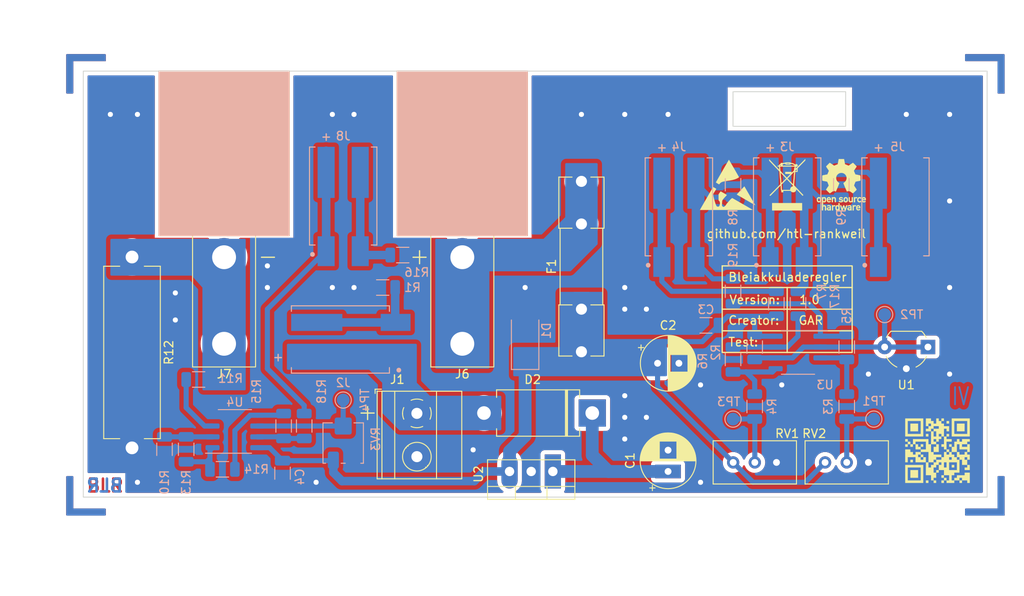
<source format=kicad_pcb>
(kicad_pcb (version 20221018) (generator pcbnew)
  (title_block (title "${acronym} - ${title}") (date "${date}") (rev "${revision}") (company "${company}") (comment 1 "${creator}") (comment 2 "${license}"))
  (layers (0 "F.Cu" signal) (31 "B.Cu" signal) (34 "B.Paste" user) (35 "F.Paste" user) (36 "B.SilkS" user "B.Silkscreen") (37 "F.SilkS" user "F.Silkscreen") (38 "B.Mask" user) (39 "F.Mask" user) (44 "Edge.Cuts" user))
  (property "acronym" "BLR")
  (property "company" "HTL-Rankweil")
  (property "creator" "GAR")
  (property "date" "1337-13-37")
  (property "license" "CC BY-NC-SA 4.0")
  (property "link" "github.com/htl-rankweil")
  (property "revision" "1.0")
  (property "title" "Bleiakkuladeregler")
  (net 0 "")
  (net 1 "Net-(J5-Pin_1)")
  (net 2 "GND")
  (net 3 "VCC")
  (net 4 "Net-(J2-Pin_2)")
  (net 5 "Net-(J3-Pin_1)")
  (net 6 "Net-(J4-Pin_1)")
  (net 7 "Net-(J4-Pin_2)")
  (net 8 "CURRENT")
  (net 9 "Net-(R4-Pad1)")
  (net 10 "Net-(U3B-+)")
  (net 11 "Net-(U3A-+)")
  (net 12 "Net-(J3-Pin_2)")
  (net 13 "Net-(U1-K)")
  (net 14 "Net-(R3-Pad1)")
  (net 15 "Net-(U4A--)")
  (net 16 "Net-(U4A-+)")
  (net 17 "Net-(U4B-+)")
  (net 18 "Net-(U4B--)")
  (net 19 "Net-(J6-Pin_1)")
  (net 20 "Net-(J8-Pin_1)")
  (net 21 "Net-(J8-Pin_2)")
  (net 22 "Net-(R13-Pad2)")
  (net 23 "Net-(R17-Pad1)")
  (net 24 "Net-(D2-K)")
  (net 25 "Net-(D2-A)")
  (net 26 "Net-(R15-Pad2)")
  (net 27 "Net-(R19-Pad1)")
  (footprint "Diode_THT:D_DO-201AD_P12.70mm_Horizontal" (layer "F.Cu") (at 161.29 103.632 180)
    (fp_text reference "D2" (at 6.985 3.937 180) (layer "F.SilkS"))
    (fp_text value "IN5820")
    (pad "1" thru_hole rect (at 0 0 180) (size 3.2 3.2) (drill 1.6) (layers "*.Cu" "*.Mask") (net 24 "Net-(D2-K)"))
    (pad "2" thru_hole oval (at 12.7 0 180) (size 3.2 3.2) (drill 1.6) (layers "*.Cu" "*.Mask") (net 25 "Net-(D2-A)"))
  )
  (footprint "Capacitor_THT:CP_Radial_D6.3mm_P2.50mm" (layer "F.Cu") (at 168.95 97.79)
    (fp_text reference "C2" (at 1.23 -4.445) (layer "F.SilkS"))
    (fp_text value "10u")
    (pad "1" thru_hole rect (at 0 0) (size 1.6 3) (drill 0.8) (layers "*.Cu" "*.Mask") (net 3 "VCC"))
    (pad "2" thru_hole oval (at 2.5 0) (size 1.6 3) (drill 0.8) (layers "*.Cu" "*.Mask") (net 2 "GND"))
  )
  (footprint "TerminalBlock_Phoenix:TerminalBlock_Phoenix_MKDS-1,5-2-5.08_1x02_P5.08mm_Horizontal" (layer "F.Cu") (at 140.724 103.672 -90)
    (fp_text reference "J1" (at -3.977 2.294) (layer "F.SilkS"))
    (fp_text value "Screw_01x02")
    (pad "1" thru_hole rect (at 0 0 270) (size 2.6 4) (drill 1.3) (layers "*.Cu" "*.Mask") (net 25 "Net-(D2-A)"))
    (pad "2" thru_hole oval (at 5.08 0 270) (size 2.6 4) (drill 1.3) (layers "*.Cu" "*.Mask") (net 2 "GND"))
  )
  (footprint "Potentiometer_THT:Potentiometer_Bourns_3296W_Vertical" (layer "F.Cu") (at 188.595 109.429 180)
    (fp_text reference "RV2" (at 1.27 3.384 180) (layer "F.SilkS"))
    (fp_text value "10k")
    (pad "1" thru_hole circle (at 0 0 180) (size 1.44 1.44) (drill 0.8) (layers "*.Cu" "*.Mask") (net 3 "VCC"))
    (pad "2" thru_hole circle (at -2.54 0 180) (size 1.44 1.44) (drill 0.8) (layers "*.Cu" "*.Mask") (net 14 "Net-(R3-Pad1)"))
    (pad "3" thru_hole circle (at -5.08 0 180) (size 1.44 1.44) (drill 0.8) (layers "*.Cu" "*.Mask") (net 2 "GND"))
  )
  (footprint "Symbol:WEEE-Logo_4.2x6mm_SilkScreen" (layer "F.Cu") (at 184.15 76.835)
    (fp_text reference "FID2" hide)
    (fp_text value "BIN" hide)
  )
  (footprint "Capacitor_THT:CP_Radial_D6.3mm_P2.50mm" (layer "F.Cu") (at 170.18 110.49 90)
    (fp_text reference "C1" (at 1.27 -4.445 270) (layer "F.SilkS"))
    (fp_text value "1u")
    (pad "1" thru_hole rect (at 0 0 90) (size 1.6 3) (drill 0.8) (layers "*.Cu" "*.Mask") (net 24 "Net-(D2-K)"))
    (pad "2" thru_hole oval (at 2.5 0 90) (size 1.6 3) (drill 0.8) (layers "*.Cu" "*.Mask") (net 2 "GND"))
  )
  (footprint "Connector_Faston:CONN_QC_RCPT_0.250" (layer "F.Cu") (at 146.05 90.424 90)
    (fp_text reference "J6" (at -8.636 0 unlocked) (layer "F.SilkS"))
    (fp_text value "Conn_01x01_Pin" hide)
    (pad "1" thru_hole circle (at -5.08 0 90) (size 4.5 4.5) (drill 2.8) (layers "*.Cu" "*.Mask") (net 19 "Net-(J6-Pin_1)"))
    (pad "1" thru_hole circle (at 5.08 0 90) (size 4.5 4.5) (drill 2.8) (layers "*.Cu" "*.Mask") (net 19 "Net-(J6-Pin_1)"))
  )
  (footprint "Connector_Faston:CONN_QC_RCPT_0.250" (layer "F.Cu") (at 118.11 90.424 90)
    (fp_text reference "J7" (at -8.636 0 unlocked) (layer "F.SilkS"))
    (fp_text value "Conn_01x01_Pin" hide)
    (pad "1" thru_hole circle (at -5.08 0 90) (size 4.5 4.5) (drill 2.8) (layers "*.Cu" "*.Mask") (net 8 "CURRENT"))
    (pad "1" thru_hole circle (at 5.08 0 90) (size 4.5 4.5) (drill 2.8) (layers "*.Cu" "*.Mask") (net 8 "CURRENT"))
  )
  (footprint "Package_TO_SOT_THT:TO-220-3_Vertical" (layer "F.Cu") (at 156.67 110.49 180)
    (fp_text reference "U2" (at 8.715 -0.31 90) (layer "F.SilkS"))
    (fp_text value "PB13V7")
    (pad "1" thru_hole rect (at 0 0 180) (size 1.905 4) (drill 1.1) (layers "*.Cu" "*.Mask") (net 24 "Net-(D2-K)"))
    (pad "2" thru_hole oval (at 2.54 0 180) (size 1.905 4) (drill 1.1) (layers "*.Cu" "*.Mask") (net 2 "GND"))
    (pad "3" thru_hole oval (at 5.08 0 180) (size 1.905 4) (drill 1.1) (layers "*.Cu" "*.Mask") (net 3 "VCC"))
  )
  (footprint "Fuse:Fuseholder_Clip-5x20mm_Littelfuse_111_Inline_P20.00x5.00mm_D1.05mm_Horizontal" (layer "F.Cu") (at 160.02 96.44 90)
    (fp_text reference "F1" (at 10 -3.5 90) (layer "F.SilkS"))
    (fp_text value "2A")
    (pad "1" thru_hole roundrect (at 0 0 90) (size 3 3) (drill 1.3) (layers "*.Cu" "*.Mask") (net 3 "VCC"))
    (pad "1" thru_hole roundrect (at 5 0 90) (size 3 3) (drill 1.3) (layers "*.Cu" "*.Mask") (net 3 "VCC"))
    (pad "2" thru_hole circle (at 15 0 90) (size 3 3) (drill 1.3) (layers "*.Cu" "*.Mask") (net 19 "Net-(J6-Pin_1)"))
    (pad "2" thru_hole circle (at 20 0 90) (size 3 3) (drill 1.3) (layers "*.Cu" "*.Mask") (net 19 "Net-(J6-Pin_1)"))
  )
  (footprint "Package_TO_SOT_THT:TO-92_Wide" (layer "F.Cu") (at 200.66 95.885 180)
    (fp_text reference "U1" (at 2.54 -4.445 180) (layer "F.SilkS"))
    (fp_text value "TL431LP")
    (pad "1" thru_hole rect (at 0 0 180) (size 1.7 1.7) (drill 0.8) (layers "*.Cu" "*.Mask") (net 13 "Net-(U1-K)"))
    (pad "2" thru_hole circle (at 2.54 -2.54 180) (size 1.7 1.7) (drill 0.8) (layers "*.Cu" "*.Mask") (net 2 "GND"))
    (pad "3" thru_hole circle (at 5.08 0 180) (size 1.7 1.7) (drill 0.8) (layers "*.Cu" "*.Mask") (net 13 "Net-(U1-K)"))
  )
  (footprint "Symbol:ESD-Logo_6.6x6mm_SilkScreen" (layer "F.Cu") (at 177.165 76.835)
    (fp_text reference "FID1" hide)
    (fp_text value "ESD" hide)
  )
  (footprint "Resistor_THT:R_Axial_Power_L20.0mm_W6.4mm_P22.40mm" (layer "F.Cu") (at 107.315 85.32 -90)
    (fp_text reference "R12" (at 11.2 -4.32 -90) (layer "F.SilkS"))
    (fp_text value "0R1")
    (pad "1" thru_hole circle (at 0 0 270) (size 3.4 3.4) (drill 1.5) (layers "*.Cu" "*.Mask") (net 8 "CURRENT"))
    (pad "2" thru_hole oval (at 22.4 0 270) (size 3.8 2.5) (drill 1.5) (layers "*.Cu" "*.Mask") (net 2 "GND"))
  )
  (footprint "Symbol:OSHW-Logo_5.7x6mm_SilkScreen" (layer "F.Cu") (at 190.5 76.835)
    (fp_text reference "FID3" hide)
    (fp_text value "OH" hide)
  )
  (footprint "Images:QR_0x007e" (layer "F.Cu") (at 201.93 108.204)
    (fp_text reference "FID4" hide)
    (fp_text value "QR" hide)
  )
  (footprint "Potentiometer_THT:Potentiometer_Bourns_3296W_Vertical" (layer "F.Cu") (at 177.815 109.429 180)
    (fp_text reference "RV1" (at -6.335 3.384 180) (layer "F.SilkS"))
    (fp_text value "10k")
    (pad "1" thru_hole circle (at 0 0 180) (size 1.44 1.44) (drill 0.8) (layers "*.Cu" "*.Mask") (net 3 "VCC"))
    (pad "2" thru_hole circle (at -2.54 0 180) (size 1.44 1.44) (drill 0.8) (layers "*.Cu" "*.Mask") (net 9 "Net-(R4-Pad1)"))
    (pad "3" thru_hole circle (at -5.08 0 180) (size 1.44 1.44) (drill 0.8) (layers "*.Cu" "*.Mask") (net 2 "GND"))
  )
  (footprint "Resistor_SMD:R_1206_3216Metric" (layer "B.Cu") (at 115.1275 99.695 180)
    (fp_text reference "R11" (at -3.7445 0.127) (layer "B.SilkS") (effects (justify mirror)))
    (fp_text value "1k")
    (pad "1" smd roundrect (at -1.4625 0 180) (size 1.125 1.75) (layers "B.Cu" "B.Paste" "B.Mask") (roundrect_rratio 0.2222222222) (net 8 "CURRENT"))
    (pad "2" smd roundrect (at 1.4625 0 180) (size 1.125 1.75) (layers "B.Cu" "B.Paste" "B.Mask") (roundrect_rratio 0.2222222222) (net 16 "Net-(U4A-+)"))
  )
  (footprint "Resistor_SMD:R_1206_3216Metric" (layer "B.Cu") (at 113.665 107.8885 -90)
    (fp_text reference "R13" (at 3.8715 0 -90) (layer "B.SilkS") (effects (justify mirror)))
    (fp_text value "100k")
    (pad "1" smd roundrect (at -1.4625 0 270) (size 1.125 1.75) (layers "B.Cu" "B.Paste" "B.Mask") (roundrect_rratio 0.2222222222) (net 15 "Net-(U4A--)"))
    (pad "2" smd roundrect (at 1.4625 0 270) (size 1.125 1.75) (layers "B.Cu" "B.Paste" "B.Mask") (roundrect_rratio 0.2222222222) (net 22 "Net-(R13-Pad2)"))
  )
  (footprint "TestPoint:TestPoint_Pad_D1.5mm" (layer "B.Cu") (at 194.31 104.3432 180)
    (fp_text reference "TP1" (at 0 2.1082 180) (layer "B.SilkS") (effects (justify mirror)))
    (fp_text value "TestPoint_Probe" hide)
    (pad "1" smd circle (at 0 0 180) (size 1.5 1.5) (layers "B.Cu" "B.Mask") (net 14 "Net-(R3-Pad1)"))
  )
  (footprint "Potentiometer_SMD:Potentiometer_Bourns_3314J_Vertical" (layer "B.Cu") (at 132.08 107.156)
    (fp_text reference "RV3" (at 3.81 -0.476 90) (layer "B.SilkS") (effects (justify mirror)))
    (fp_text value "20k")
    (pad "1" smd roundrect (at -1.15 2) (size 1.3 2) (layers "B.Cu" "B.Paste" "B.Mask") (roundrect_rratio 0.1923076923) (net 3 "VCC"))
    (pad "2" smd roundrect (at 0 -2) (size 2 2) (layers "B.Cu" "B.Paste" "B.Mask") (roundrect_rratio 0.125) (net 18 "Net-(U4B--)"))
    (pad "3" smd roundrect (at 1.15 2) (size 1.3 2) (layers "B.Cu" "B.Paste" "B.Mask") (roundrect_rratio 0.1923076923) (net 2 "GND"))
  )
  (footprint "Capacitor_SMD:C_1206_3216Metric" (layer "B.Cu") (at 124.968 110.695 -90)
    (fp_text reference "C4" (at 0.43 -2.032 90) (layer "B.SilkS") (effects (justify mirror)))
    (fp_text value "100n")
    (pad "1" smd roundrect (at -1.475 0 270) (size 1.15 1.8) (layers "B.Cu" "B.Paste" "B.Mask") (roundrect_rratio 0.2173913043) (net 3 "VCC"))
    (pad "2" smd roundrect (at 1.475 0 270) (size 1.15 1.8) (layers "B.Cu" "B.Paste" "B.Mask") (roundrect_rratio 0.2173913043) (net 2 "GND"))
  )
  (footprint "Diode_SMD:D_MELF" (layer "B.Cu") (at 153.416 95.11 90)
    (fp_text reference "D1" (at 1.13 2.5 270) (layer "B.SilkS") (effects (justify mirror)))
    (fp_text value "DO214AC")
    (pad "1" smd roundrect (at -2.4 0 90) (size 1.5 2.7) (layers "B.Cu" "B.Paste" "B.Mask") (roundrect_rratio 0.1666666667) (net 3 "VCC"))
    (pad "2" smd roundrect (at 2.4 0 90) (size 1.5 2.7) (layers "B.Cu" "B.Paste" "B.Mask") (roundrect_rratio 0.1666666667) (net 2 "GND"))
  )
  (footprint "Resistor_SMD:R_1206_3216Metric" (layer "B.Cu") (at 177.8 76.835 90)
    (fp_text reference "R8" (at -3.81 0 90) (layer "B.SilkS") (effects (justify mirror)))
    (fp_text value "620")
    (pad "1" smd roundrect (at -1.4625 0 90) (size 1.125 1.75) (layers "B.Cu" "B.Paste" "B.Mask") (roundrect_rratio 0.2222222222) (net 7 "Net-(J4-Pin_2)"))
    (pad "2" smd roundrect (at 1.4625 0 90) (size 1.125 1.75) (layers "B.Cu" "B.Paste" "B.Mask") (roundrect_rratio 0.2222222222) (net 5 "Net-(J3-Pin_1)"))
  )
  (footprint "Resistor_SMD:R_1206_3216Metric" (layer "B.Cu") (at 117.9175 110.236)
    (fp_text reference "R14" (at 4.0025 0 180) (layer "B.SilkS") (effects (justify mirror)))
    (fp_text value "1k")
    (pad "1" smd roundrect (at -1.4625 0) (size 1.125 1.75) (layers "B.Cu" "B.Paste" "B.Mask") (roundrect_rratio 0.2222222222) (net 22 "Net-(R13-Pad2)"))
    (pad "2" smd roundrect (at 1.4625 0) (size 1.125 1.75) (layers "B.Cu" "B.Paste" "B.Mask") (roundrect_rratio 0.2222222222) (net 17 "Net-(U4B-+)"))
  )
  (footprint "Resistor_SMD:R_1206_3216Metric" (layer "B.Cu") (at 190.5 76.835 90)
    (fp_text reference "R9" (at -3.81 0 90) (layer "B.SilkS") (effects (justify mirror)))
    (fp_text value "820")
    (pad "1" smd roundrect (at -1.4625 0 90) (size 1.125 1.75) (layers "B.Cu" "B.Paste" "B.Mask") (roundrect_rratio 0.2222222222) (net 12 "Net-(J3-Pin_2)"))
    (pad "2" smd roundrect (at 1.4625 0 90) (size 1.125 1.75) (layers "B.Cu" "B.Paste" "B.Mask") (roundrect_rratio 0.2222222222) (net 1 "Net-(J5-Pin_1)"))
  )
  (footprint "Connector_Wago_SMD:WAGO_2060-402_998-404" (layer "B.Cu") (at 171.45 81.28 -90)
    (fp_text reference "J4" (at -8.89 0 -180) (layer "B.SilkS") (effects (font (size 1.000488 1.000488)) (justify mirror)))
    (fp_text value "Conn_01x02_Pin" hide)
    (pad "1" smd rect (at -4.625 2 270) (size 6 2) (layers "B.Cu" "B.Paste" "B.Mask") (net 6 "Net-(J4-Pin_1)"))
    (pad "1" smd rect (at 4.625 2 270) (size 3.5 2) (layers "B.Cu" "B.Paste" "B.Mask") (net 6 "Net-(J4-Pin_1)"))
    (pad "2" smd rect (at -4.625 -2 270) (size 6 2) (layers "B.Cu" "B.Paste" "B.Mask") (net 7 "Net-(J4-Pin_2)"))
    (pad "2" smd rect (at 4.625 -2 270) (size 3.5 2) (layers "B.Cu" "B.Paste" "B.Mask") (net 7 "Net-(J4-Pin_2)"))
  )
  (footprint "TestPoint:TestPoint_Pad_D1.5mm" (layer "B.Cu") (at 132.08 102.108 180)
    (fp_text reference "TP4" (at -2.54 0 90) (layer "B.SilkS") (effects (justify mirror)))
    (fp_text value "TestPoint_Probe" hide)
    (pad "1" smd circle (at 0 0 180) (size 1.5 1.5) (layers "B.Cu" "B.Mask") (net 18 "Net-(U4B--)"))
  )
  (footprint "Resistor_SMD:R_1206_3216Metric" (layer "B.Cu") (at 125.095 105.156 -90)
    (fp_text reference "R15" (at -4.064 3.175 90) (layer "B.SilkS") (effects (justify mirror)))
    (fp_text value "1M")
    (pad "1" smd roundrect (at -1.4625 0 270) (size 1.125 1.75) (layers "B.Cu" "B.Paste" "B.Mask") (roundrect_rratio 0.2222222222) (net 17 "Net-(U4B-+)"))
    (pad "2" smd roundrect (at 1.4625 0 270) (size 1.125 1.75) (layers "B.Cu" "B.Paste" "B.Mask") (roundrect_rratio 0.2222222222) (net 26 "Net-(R15-Pad2)"))
  )
  (footprint "Resistor_SMD:R_1206_3216Metric" (layer "B.Cu") (at 180.34 102.87 90)
    (fp_text reference "R4" (at 0 2.032 90) (layer "B.SilkS") (effects (justify mirror)))
    (fp_text value "1k")
    (pad "1" smd roundrect (at -1.4625 0 90) (size 1.125 1.75) (layers "B.Cu" "B.Paste" "B.Mask") (roundrect_rratio 0.2222222222) (net 9 "Net-(R4-Pad1)"))
    (pad "2" smd roundrect (at 1.4625 0 90) (size 1.125 1.75) (layers "B.Cu" "B.Paste" "B.Mask") (roundrect_rratio 0.2222222222) (net 10 "Net-(U3B-+)"))
  )
  (footprint "Capacitor_SMD:C_1206_3216Metric" (layer "B.Cu") (at 174.625 93.345 180)
    (fp_text reference "C3" (at 0 1.85) (layer "B.SilkS") (effects (justify mirror)))
    (fp_text value "100n")
    (pad "1" smd roundrect (at -1.475 0 180) (size 1.15 1.8) (layers "B.Cu" "B.Paste" "B.Mask") (roundrect_rratio 0.2173913043) (net 3 "VCC"))
    (pad "2" smd roundrect (at 1.475 0 180) (size 1.15 1.8) (layers "B.Cu" "B.Paste" "B.Mask") (roundrect_rratio 0.2173913043) (net 2 "GND"))
  )
  (footprint "Resistor_SMD:R_1206_3216Metric" (layer "B.Cu") (at 127.508 105.156 90)
    (fp_text reference "R18" (at 4.064 2.032 90) (layer "B.SilkS") (effects (justify mirror)))
    (fp_text value "0")
    (pad "1" smd roundrect (at -1.4625 0 90) (size 1.125 1.75) (layers "B.Cu" "B.Paste" "B.Mask") (roundrect_rratio 0.2222222222) (net 26 "Net-(R15-Pad2)"))
    (pad "2" smd roundrect (at 1.4625 0 90) (size 1.125 1.75) (layers "B.Cu" "B.Paste" "B.Mask") (roundrect_rratio 0.2222222222) (net 20 "Net-(J8-Pin_1)"))
  )
  (footprint "TestPoint:TestPoint_Pad_D1.5mm" (layer "B.Cu") (at 177.8 104.3432 180)
    (fp_text reference "TP3" (at 0.508 2.032) (layer "B.SilkS") (effects (justify mirror)))
    (fp_text value "TestPoint_Probe" hide)
    (pad "1" smd circle (at 0 0 180) (size 1.5 1.5) (layers "B.Cu" "B.Mask") (net 9 "Net-(R4-Pad1)"))
  )
  (footprint "Connector_Wago_SMD:WAGO_2060-402_998-404" (layer "B.Cu") (at 196.85 81.28 -90)
    (fp_text reference "J5" (at -8.89 -0.254 -180) (layer "B.SilkS") (effects (font (size 1.000488 1.000488)) (justify mirror)))
    (fp_text value "Conn_01x02_Pin" hide)
    (pad "1" smd rect (at -4.625 2 270) (size 6 2) (layers "B.Cu" "B.Paste" "B.Mask") (net 1 "Net-(J5-Pin_1)"))
    (pad "1" smd rect (at 4.625 2 270) (size 3.5 2) (layers "B.Cu" "B.Paste" "B.Mask") (net 1 "Net-(J5-Pin_1)"))
    (pad "2" smd rect (at -4.625 -2 270) (size 6 2) (layers "B.Cu" "B.Paste" "B.Mask") (net 2 "GND"))
    (pad "2" smd rect (at 4.625 -2 270) (size 3.5 2) (layers "B.Cu" "B.Paste" "B.Mask") (net 2 "GND"))
  )
  (footprint "Resistor_SMD:R_1206_3216Metric" (layer "B.Cu") (at 182.88 90.805 90)
    (fp_text reference "R7" (at 1.397 5.334 90) (layer "B.SilkS") (effects (justify mirror)))
    (fp_text value "560")
    (pad "1" smd roundrect (at -1.4625 0 90) (size 1.125 1.75) (layers "B.Cu" "B.Paste" "B.Mask") (roundrect_rratio 0.2222222222) (net 3 "VCC"))
    (pad "2" smd roundrect (at 1.4625 0 90) (size 1.125 1.75) (layers "B.Cu" "B.Paste" "B.Mask") (roundrect_rratio 0.2222222222) (net 6 "Net-(J4-Pin_1)"))
  )
  (footprint "Resistor_SMD:R_1206_3216Metric" (layer "B.Cu") (at 191.135 102.87 90)
    (fp_text reference "R3" (at 0 -2.159 90) (layer "B.SilkS") (effects (justify mirror)))
    (fp_text value "1k")
    (pad "1" smd roundrect (at -1.4625 0 90) (size 1.125 1.75) (layers "B.Cu" "B.Paste" "B.Mask") (roundrect_rratio 0.2222222222) (net 14 "Net-(R3-Pad1)"))
    (pad "2" smd roundrect (at 1.4625 0 90) (size 1.125 1.75) (layers "B.Cu" "B.Paste" "B.Mask") (roundrect_rratio 0.2222222222) (net 11 "Net-(U3A-+)"))
  )
  (footprint "Connector_Wago_SMD:WAGO_2060-402_998-404" (layer "B.Cu") (at 133.604 94.996)
    (fp_text reference "J2" (at -1.524 5.08248 180) (layer "B.SilkS") (effects (font (size 1.000488 1.000488)) (justify mirror)))
    (fp_text value "Conn_01x02_Pin" hide)
    (pad "1" smd rect (at -4.625 2) (size 6 2) (layers "B.Cu" "B.Paste" "B.Mask") (net 25 "Net-(D2-A)"))
    (pad "1" smd rect (at 4.625 2) (size 3.5 2) (layers "B.Cu" "B.Paste" "B.Mask") (net 25 "Net-(D2-A)"))
    (pad "2" smd rect (at -4.625 -2) (size 6 2) (layers "B.Cu" "B.Paste" "B.Mask") (net 4 "Net-(J2-Pin_2)"))
    (pad "2" smd rect (at 4.625 -2) (size 3.5 2) (layers "B.Cu" "B.Paste" "B.Mask") (net 4 "Net-(J2-Pin_2)"))
  )
  (footprint "Package_SO:SOP-8_3.9x4.9mm_P1.27mm" (layer "B.Cu") (at 185.42 96.52 180)
    (fp_text reference "U3" (at -3.175 -3.81) (layer "B.SilkS") (effects (justify mirror)))
    (fp_text value "LM358")
    (pad "1" smd roundrect (at -2.625 1.905 180) (size 1.65 0.6) (layers "B.Cu" "B.Paste" "B.Mask") (net 27 "Net-(R19-Pad1)"))
    (pad "2" smd roundrect (at -2.625 0.635 180) (size 1.65 0.6) (layers "B.Cu" "B.Paste" "B.Mask") (net 13 "Net-(U1-K)"))
    (pad "3" smd roundrect (at -2.625 -0.635 180) (size 1.65 0.6) (layers "B.Cu" "B.Paste" "B.Mask") (net 11 "Net-(U3A-+)"))
    (pad "4" smd roundrect (at -2.625 -1.905 180) (size 1.65 0.6) (layers "B.Cu" "B.Paste" "B.Mask") (net 2 "GND"))
    (pad "5" smd roundrect (at 2.625 -1.905 180) (size 1.65 0.6) (layers "B.Cu" "B.Paste" "B.Mask") (net 10 "Net-(U3B-+)"))
    (pad "6" smd roundrect (at 2.625 -0.635 180) (size 1.65 0.6) (layers "B.Cu" "B.Paste" "B.Mask") (net 13 "Net-(U1-K)"))
    (pad "7" smd roundrect (at 2.625 0.635 180) (size 1.65 0.6) (layers "B.Cu" "B.Paste" "B.Mask") (net 23 "Net-(R17-Pad1)"))
    (pad "8" smd roundrect (at 2.625 1.905 180) (size 1.65 0.6) (layers "B.Cu" "B.Paste" "B.Mask") (net 3 "VCC"))
  )
  (footprint "TestPoint:TestPoint_Pad_D1.5mm" (layer "B.Cu") (at 195.58 92.075 180)
    (fp_text reference "TP2" (at -3.175 0) (layer "B.SilkS") (effects (justify mirror)))
    (fp_text value "TestPoint_Probe" hide)
    (pad "1" smd circle (at 0 0 180) (size 1.5 1.5) (layers "B.Cu" "B.Mask") (net 13 "Net-(U1-K)"))
  )
  (footprint "Resistor_SMD:R_1206_3216Metric" (layer "B.Cu") (at 177.8 97.3475 -90)
    (fp_text reference "R6" (at 0.1885 3.556 90) (layer "B.SilkS") (effects (justify mirror)))
    (fp_text value "1Meg")
    (pad "1" smd roundrect (at -1.4625 0 270) (size 1.125 1.75) (layers "B.Cu" "B.Paste" "B.Mask") (roundrect_rratio 0.2222222222) (net 23 "Net-(R17-Pad1)"))
    (pad "2" smd roundrect (at 1.4625 0 270) (size 1.125 1.75) (layers "B.Cu" "B.Paste" "B.Mask") (roundrect_rratio 0.2222222222) (net 10 "Net-(U3B-+)"))
  )
  (footprint "Connector_Wago_SMD:WAGO_2060-402_998-404" (layer "B.Cu") (at 132.08 80.01 -90)
    (fp_text reference "J8" (at -8.89 0 -180) (layer "B.SilkS") (effects (font (size 1.000488 1.000488)) (justify mirror)))
    (fp_text value "Conn_01x02_Pin" hide)
    (pad "1" smd rect (at -4.625 2 270) (size 6 2) (layers "B.Cu" "B.Paste" "B.Mask") (net 20 "Net-(J8-Pin_1)"))
    (pad "1" smd rect (at 4.625 2 270) (size 3.5 2) (layers "B.Cu" "B.Paste" "B.Mask") (net 20 "Net-(J8-Pin_1)"))
    (pad "2" smd rect (at -4.625 -2 270) (size 6 2) (layers "B.Cu" "B.Paste" "B.Mask") (net 21 "Net-(J8-Pin_2)"))
    (pad "2" smd rect (at 4.625 -2 270) (size 3.5 2) (layers "B.Cu" "B.Paste" "B.Mask") (net 21 "Net-(J8-Pin_2)"))
  )
  (footprint "Resistor_SMD:R_1206_3216Metric" (layer "B.Cu") (at 111.125 107.8885 90)
    (fp_text reference "R10" (at -3.8715 0 270) (layer "B.SilkS") (effects (justify mirror)))
    (fp_text value "1k")
    (pad "1" smd roundrect (at -1.4625 0 90) (size 1.125 1.75) (layers "B.Cu" "B.Paste" "B.Mask") (roundrect_rratio 0.2222222222) (net 2 "GND"))
    (pad "2" smd roundrect (at 1.4625 0 90) (size 1.125 1.75) (layers "B.Cu" "B.Paste" "B.Mask") (roundrect_rratio 0.2222222222) (net 15 "Net-(U4A--)"))
  )
  (footprint "Resistor_SMD:R_1206_3216Metric" (layer "B.Cu") (at 177.8 89.3425 90)
    (fp_text reference "R19" (at 4.2525 0 90) (layer "B.SilkS") (effects (justify mirror)))
    (fp_text value "0")
    (pad "1" smd roundrect (at -1.4625 0 90) (size 1.125 1.75) (layers "B.Cu" "B.Paste" "B.Mask") (roundrect_rratio 0.2222222222) (net 27 "Net-(R19-Pad1)"))
    (pad "2" smd roundrect (at 1.4625 0 90) (size 1.125 1.75) (layers "B.Cu" "B.Paste" "B.Mask") (roundrect_rratio 0.2222222222) (net 7 "Net-(J4-Pin_2)"))
  )
  (footprint "Connector_Wago_SMD:WAGO_2060-402_998-404" (layer "B.Cu") (at 184.15 81.28 -90)
    (fp_text reference "J3" (at -8.89 0 -180) (layer "B.SilkS") (effects (font (size 1.000488 1.000488)) (justify mirror)))
    (fp_text value "Conn_01x02_Pin" hide)
    (pad "1" smd rect (at -4.625 2 270) (size 6 2) (layers "B.Cu" "B.Paste" "B.Mask") (net 5 "Net-(J3-Pin_1)"))
    (pad "1" smd rect (at 4.625 2 270) (size 3.5 2) (layers "B.Cu" "B.Paste" "B.Mask") (net 5 "Net-(J3-Pin_1)"))
    (pad "2" smd rect (at -4.625 -2 270) (size 6 2) (layers "B.Cu" "B.Paste" "B.Mask") (net 12 "Net-(J3-Pin_2)"))
    (pad "2" smd rect (at 4.625 -2 270) (size 3.5 2) (layers "B.Cu" "B.Paste" "B.Mask") (net 12 "Net-(J3-Pin_2)"))
  )
  (footprint "Resistor_SMD:R_1206_3216Metric" (layer "B.Cu") (at 139.065 85.09)
    (fp_text reference "R16" (at 1.651 2.032) (layer "B.SilkS") (effects (justify mirror)))
    (fp_text value "820")
    (pad "1" smd roundrect (at -1.4625 0) (size 1.125 1.75) (layers "B.Cu" "B.Paste" "B.Mask") (roundrect_rratio 0.2222222222) (net 21 "Net-(J8-Pin_2)"))
    (pad "2" smd roundrect (at 1.4625 0) (size 1.125 1.75) (layers "B.Cu" "B.Paste" "B.Mask") (roundrect_rratio 0.2222222222) (net 2 "GND"))
  )
  (footprint "Resistor_SMD:R_1206_3216Metric" (layer "B.Cu") (at 191.135 95.885 -90)
    (fp_text reference "R5" (at -3.683 0 90) (layer "B.SilkS") (effects (justify mirror)))
    (fp_text value "1Meg")
    (pad "1" smd roundrect (at -1.4625 0 270) (size 1.125 1.75) (layers "B.Cu" "B.Paste" "B.Mask") (roundrect_rratio 0.2222222222) (net 27 "Net-(R19-Pad1)"))
    (pad "2" smd roundrect (at 1.4625 0 270) (size 1.125 1.75) (layers "B.Cu" "B.Paste" "B.Mask") (roundrect_rratio 0.2222222222) (net 11 "Net-(U3A-+)"))
  )
  (footprint "Resistor_SMD:R_1206_3216Metric" (layer "B.Cu") (at 185.42 90.805 90)
    (fp_text reference "R17" (at 0.889 4.318 270) (layer "B.SilkS") (effects (justify mirror)))
    (fp_text value "0")
    (pad "1" smd roundrect (at -1.4625 0 90) (size 1.125 1.75) (layers "B.Cu" "B.Paste" "B.Mask") (roundrect_rratio 0.2222222222) (net 23 "Net-(R17-Pad1)"))
    (pad "2" smd roundrect (at 1.4625 0 90) (size 1.125 1.75) (layers "B.Cu" "B.Paste" "B.Mask") (roundrect_rratio 0.2222222222) (net 12 "Net-(J3-Pin_2)"))
  )
  (footprint "Package_SO:SOP-8_3.9x4.9mm_P1.27mm" (layer "B.Cu") (at 119.38 105.791)
    (fp_text reference "U4" (at 0 -3.429) (layer "B.SilkS") (effects (justify mirror)))
    (fp_text value "LM358")
    (pad "1" smd roundrect (at -2.625 1.905) (size 1.65 0.6) (layers "B.Cu" "B.Paste" "B.Mask") (net 22 "Net-(R13-Pad2)"))
    (pad "2" smd roundrect (at -2.625 0.635) (size 1.65 0.6) (layers "B.Cu" "B.Paste" "B.Mask") (net 15 "Net-(U4A--)"))
    (pad "3" smd roundrect (at -2.625 -0.635) (size 1.65 0.6) (layers "B.Cu" "B.Paste" "B.Mask") (net 16 "Net-(U4A-+)"))
    (pad "4" smd roundrect (at -2.625 -1.905) (size 1.65 0.6) (layers "B.Cu" "B.Paste" "B.Mask") (net 2 "GND"))
    (pad "5" smd roundrect (at 2.625 -1.905) (size 1.65 0.6) (layers "B.Cu" "B.Paste" "B.Mask") (net 17 "Net-(U4B-+)"))
    (pad "6" smd roundrect (at 2.625 -0.635) (size 1.65 0.6) (layers "B.Cu" "B.Paste" "B.Mask") (net 18 "Net-(U4B--)"))
    (pad "7" smd roundrect (at 2.625 0.635) (size 1.65 0.6) (layers "B.Cu" "B.Paste" "B.Mask") (net 26 "Net-(R15-Pad2)"))
    (pad "8" smd roundrect (at 2.625 1.905) (size 1.65 0.6) (layers "B.Cu" "B.Paste" "B.Mask") (net 3 "VCC"))
  )
  (footprint "Resistor_SMD:R_1206_3216Metric" (layer "B.Cu") (at 136.7135 88.9 180)
    (fp_text reference "R1" (at -3.4945 0) (layer "B.SilkS") (effects (justify mirror)))
    (fp_text value "1k")
    (pad "1" smd roundrect (at -1.4625 0 180) (size 1.125 1.75) (layers "B.Cu" "B.Paste" "B.Mask") (roundrect_rratio 0.2222222222) (net 4 "Net-(J2-Pin_2)"))
    (pad "2" smd roundrect (at 1.4625 0 180) (size 1.125 1.75) (layers "B.Cu" "B.Paste" "B.Mask") (roundrect_rratio 0.2222222222) (net 2 "GND"))
  )
  (footprint "Resistor_SMD:R_1206_3216Metric" (layer "B.Cu") (at 180.34 95.885 -90)
    (fp_text reference "R2" (at 0.635 4.572 90) (layer "B.SilkS") (effects (justify mirror)))
    (fp_text value "4k7")
    (pad "1" smd roundrect (at -1.4625 0 270) (size 1.125 1.75) (layers "B.Cu" "B.Paste" "B.Mask") (roundrect_rratio 0.2222222222) (net 3 "VCC"))
    (pad "2" smd roundrect (at 1.4625 0 270) (size 1.125 1.75) (layers "B.Cu" "B.Paste" "B.Mask") (roundrect_rratio 0.2222222222) (net 13 "Net-(U1-K)"))
  )
  (gr_poly (pts (xy 100.33 66.04) (xy 99.695 66.04) (xy 99.695 61.595) (xy 104.14 61.595) (xy 104.14 62.23) (xy 100.33 62.23)) (stroke (width 0.2)) (fill solid) (layer "F.Cu"))
  (gr_poly (pts (xy 208.915 66.04) (xy 209.55 66.04) (xy 209.55 61.595) (xy 205.105 61.595) (xy 205.105 62.23) (xy 208.915 62.23) (xy 208.915 62.865)) (stroke (width 0.2)) (fill solid) (layer "F.Cu"))
  (gr_poly (pts (xy 104.14 114.935) (xy 104.14 115.57) (xy 99.695 115.57) (xy 99.695 111.125) (xy 100.33 111.125) (xy 100.33 114.935)) (stroke (width 0.2)) (fill solid) (layer "F.Cu"))
  (gr_poly (pts (xy 208.915 111.125) (xy 209.55 111.125) (xy 209.55 115.57) (xy 205.105 115.57) (xy 205.105 114.935) (xy 208.915 114.935)) (stroke (width 0.2)) (fill solid) (layer "F.Cu"))
  (gr_poly (pts (xy 104.14 62.23) (xy 104.14 61.595) (xy 99.695 61.595) (xy 99.695 66.04) (xy 100.33 66.04) (xy 100.33 62.23)) (stroke (width 0.2)) (fill solid) (layer "B.Cu"))
  (gr_line (start 204.343 100.584) (end 204.851 102.616) (stroke (width 0.2)) (layer "B.Cu"))
  (gr_poly (pts (xy 205.105 114.935) (xy 205.105 115.57) (xy 209.55 115.57) (xy 209.55 111.125) (xy 208.915 111.125) (xy 208.915 114.935)) (stroke (width 0.2)) (fill solid) (layer "B.Cu"))
  (gr_poly (pts (xy 100.33 111.125) (xy 99.695 111.125) (xy 99.695 115.57) (xy 104.14 115.57) (xy 104.14 114.935) (xy 100.33 114.935)) (stroke (width 0.2)) (fill solid) (layer "B.Cu"))
  (gr_line (start 204.851 102.616) (end 205.359 100.584) (stroke (width 0.2)) (layer "B.Cu"))
  (gr_line (start 203.835 102.616) (end 203.835 100.584) (stroke (width 0.2)) (layer "B.Cu"))
  (gr_poly (pts (xy 205.105 62.23) (xy 205.105 61.595) (xy 209.55 61.595) (xy 209.55 66.04) (xy 208.915 66.04) (xy 208.915 62.23) (xy 208.28 62.23)) (stroke (width 0.2)) (fill solid) (layer "B.Cu"))
  (gr_rect (start 138.43 63.5) (end 153.67 82.8) (stroke (width 0.15)) (fill solid) (layer "B.SilkS"))
  (gr_rect (start 110.49 63.5) (end 125.73 82.8) (stroke (width 0.15)) (fill solid) (layer "B.SilkS"))
  (gr_rect (start 176.53 86.36) (end 191.77 96.52) (stroke (width 0.15)) (fill none) (layer "F.SilkS"))
  (gr_rect (start 138.43 63.5) (end 153.67 82.8) (stroke (width 0.15)) (fill solid) (layer "F.SilkS"))
  (gr_line (start 176.53 91.44) (end 191.77 91.44) (stroke (width 0.15)) (layer "F.SilkS"))
  (gr_line (start 184.15 88.9) (end 184.15 96.52) (stroke (width 0.15)) (layer "F.SilkS"))
  (gr_line (start 176.53 93.98) (end 191.77 93.98) (stroke (width 0.15)) (layer "F.SilkS"))
  (gr_rect (start 110.49 63.5) (end 125.73 82.8) (stroke (width 0.15)) (fill solid) (layer "F.SilkS"))
  (gr_line (start 176.53 88.9) (end 191.77 88.9) (stroke (width 0.15)) (layer "F.SilkS"))
  (gr_rect (start 177.8 65.913) (end 191.008 69.977) (stroke (width 0.1)) (fill none) (layer "Edge.Cuts"))
  (gr_rect (start 101.6 63.5) (end 207.6 113.5) (stroke (width 0.1)) (fill none) (layer "Edge.Cuts"))
  (gr_text "${acronym}" (at 101.854 113.03) (layer "F.Cu") (effects (font (size 1.5 1.5) (thickness 0.3) bold) (justify left bottom)))
  (gr_text "${acronym}" (at 106.426 113.03) (layer "B.Cu") (effects (font (size 1.5 1.5) (thickness 0.3) bold) (justify left bottom mirror)))
  (gr_text "+" (at 182.88 73.025) (layer "B.SilkS") (effects (font (size 1 1)) (justify left bottom mirror)))
  (gr_text "+" (at 170.18 73.025) (layer "B.SilkS") (effects (font (size 1 1)) (justify left bottom mirror)))
  (gr_text "+" (at 195.58 73.025) (layer "B.SilkS") (effects (font (size 1 1)) (justify left bottom mirror)))
  (gr_text "+" (at 130.81 71.755) (layer "B.SilkS") (effects (font (size 1 1)) (justify left bottom mirror)))
  (gr_text "+" (at 125.1712 97.6376) (layer "B.SilkS") (effects (font (size 1 1)) (justify left bottom mirror)))
  (gr_text "+" (at 133.604 104.648) (layer "F.SilkS") (effects (font (size 2 2)) (justify left bottom)))
  (gr_text "${title}" (at 177.165 88.265) (layer "F.SilkS") (effects (font (size 1 1)) (justify left bottom)))
  (gr_text "${link}" (at 174.625 83.185) (layer "F.SilkS") (effects (font (size 1 1)) (justify left bottom)))
  (gr_text "Test:" (at 177.165 95.885) (layer "F.SilkS") (effects (font (size 1 1)) (justify left bottom)))
  (gr_text "-" (at 121.92 86.36) (layer "F.SilkS") (effects (font (size 2 2)) (justify left bottom)))
  (gr_text "Version:   ${revision}\n" (at 177.292 90.932) (layer "F.SilkS") (effects (font (size 1 1)) (justify left bottom)))
  (gr_text "+" (at 139.7 86.36) (layer "F.SilkS") (effects (font (size 2 2)) (justify left bottom)))
  (gr_text "Creator:   ${creator}" (at 177.165 93.345) (layer "F.SilkS") (effects (font (size 1 1)) (justify left bottom)))
  (segment (start 193.5675 75.3725) (end 194.85 76.655) (width 0.6) (layer "B.Cu") (net 1))
  (segment (start 194.85 76.655) (end 194.85 85.905) (width 1) (layer "B.Cu") (net 1))
  (segment (start 190.5 75.3725) (end 193.5675 75.3725) (width 0.6) (layer "B.Cu") (net 1))
  (via (at 173.99 111.76) (size 1) (drill 0.6) (layers "F.Cu" "B.Cu") (net 2))
  (via (at 183.515 100.33) (size 1) (drill 0.6) (layers "F.Cu" "B.Cu") (net 2))
  (via (at 107.95 68.58) (size 1) (drill 0.6) (layers "F.Cu" "B.Cu") (net 2))
  (via (at 130.81 68.58) (size 1) (drill 0.6) (layers "F.Cu" "B.Cu") (net 2))
  (via (at 198.12 68.58) (size 1) (drill 0.6) (layers "F.Cu" "B.Cu") (net 2))
  (via (at 173.99 100.33) (size 1) (drill 0.6) (layers "F.Cu" "B.Cu") (net 2))
  (via (at 160.02 68.58) (size 1) (drill 0.6) (layers "F.Cu" "B.Cu") (net 2))
  (via (at 203.2 99.06) (size 1) (drill 0.6) (layers "F.Cu" "B.Cu") (net 2))
  (via (at 130.81 88.9) (size 1) (drill 0.6) (layers "F.Cu" "B.Cu") (net 2))
  (via (at 203.2 88.9) (size 1) (drill 0.6) (layers "F.Cu" "B.Cu") (net 2))
  (via (at 123.19 88.9) (size 1) (drill 0.6) (layers "F.Cu" "B.Cu") (net 2))
  (via (at 203.2 78.74) (size 1) (drill 0.6) (layers "F.Cu" "B.Cu") (net 2))
  (via (at 133.35 88.9) (size 1) (drill 0.6) (layers "F.Cu" "B.Cu") (net 2))
  (via (at 165.1 88.9) (size 1) (drill 0.6) (layers "F.Cu" "B.Cu") (net 2))
  (via (at 167.64 91.44) (size 1) (drill 0.6) (layers "F.Cu" "B.Cu") (net 2))
  (via (at 112.395 92.71) (size 1) (drill 0.6) (layers "F.Cu" "B.Cu") (net 2))
  (via (at 107.95 111.76) (size 1) (drill 0.6) (layers "F.Cu" "B.Cu") (net 2))
  (via (at 104.775 68.58) (size 1) (drill 0.6) (layers "F.Cu" "B.Cu") (net 2))
  (via (at 167.64 104.14) (size 1) (drill 0.6) (layers "F.Cu" "B.Cu") (net 2))
  (via (at 170.18 68.58) (size 1) (drill 0.6) (layers "F.Cu" "B.Cu") (net 2))
  (via (at 112.395 89.535) (size 1) (drill 0.6) (layers "F.Cu" "B.Cu") (net 2))
  (via (at 203.2 68.58) (size 1) (drill 0.6) (layers "F.Cu" "B.Cu") (net 2))
  (via (at 165.1 101.6) (size 1) (drill 0.6) (layers "F.Cu" "B.Cu") (net 2))
  (via (at 165.1 106.68) (size 1) (drill 0.6) (layers "F.Cu" "B.Cu") (net 2))
  (via (at 147.32 107.95) (size 1) (drill 0.6) (layers "F.Cu" "B.Cu") (net 2))
  (via (at 123.19 86.36) (size 1) (drill 0.6) (layers "F.Cu" "B.Cu") (net 2))
  (via (at 153.416 88.9) (size 1) (drill 0.6) (layers "F.Cu" "B.Cu") (net 2))
  (via (at 133.35 68.58) (size 1) (drill 0.6) (layers "F.Cu" "B.Cu") (net 2))
  (via (at 165.1 68.58) (size 1) (drill 0.6) (layers "F.Cu" "B.Cu") (net 2))
  (via (at 165.1 91.44) (size 1) (drill 0.6) (layers "F.Cu" "B.Cu") (net 2))
  (via (at 165.1 104.14) (size 1) (drill 0.6) (layers "F.Cu" "B.Cu") (net 2))
  (via (at 128.905 111.76) (size 1) (drill 0.6) (layers "F.Cu" "B.Cu") (net 2))
  (via (at 193.675 99.06) (size 1) (drill 0.6) (layers "F.Cu" "B.Cu") (net 2))
  (segment (start 151.59 110.49) (end 151.59 108.125) (width 1.5) (layer "B.Cu") (net 3))
  (segment (start 151.59 110.49) (end 148.59 110.49) (width 1) (layer "B.Cu") (net 3))
  (segment (start 180.146 111.76) (end 168.95 100.564) (width 0.6) (layer "B.Cu") (net 3))
  (segment (start 130.93 110.61) (end 130.93 109.156) (width 1) (layer "B.Cu") (net 3))
  (segment (start 182.795 94.615) (end 180.5325 94.615) (width 0.6) (layer "B.Cu") (net 3))
  (segment (start 182.88 92.2675) (end 182.8675 92.28) (width 0.6) (layer "B.Cu") (net 3))
  (segment (start 188.595 109.429) (end 186.264 111.76) (width 0.6) (layer "B.Cu") (net 3))
  (segment (start 147.46 111.62) (end 131.94 111.62) (width 1) (layer "B.Cu") (net 3))
  (segment (start 177.165 92.28) (end 174.195 95.25) (width 0.6) (layer "B.Cu") (net 3))
  (segment (start 131.94 111.62) (end 130.93 110.61) (width 1) (layer "B.Cu") (net 3))
  (segment (start 123.444 107.696) (end 124.968 109.22) (width 0.6) (layer "B.Cu") (net 3))
  (segment (start 180.34 94.4225) (end 180.34 92.915) (width 0.6) (layer "B.Cu") (net 3))
  (segment (start 168.95 100.564) (end 168.95 97.79) (width 0.6) (layer "B.Cu") (net 3))
  (segment (start 153.416 106.299) (end 153.416 97.917) (width 1.5) (layer "B.Cu") (net 3))
  (segment (start 182.8675 92.28) (end 177.165 92.28) (width 0.6) (layer "B.Cu") (net 3))
  (segment (start 180.34 92.915) (end 179.705 92.28) (width 0.6) (layer "B.Cu") (net 3))
  (segment (start 122.005 107.696) (end 123.444 107.696) (width 0.6) (layer "B.Cu") (net 3))
  (segment (start 168.95 95.845) (end 168.95 97.79) (width 0.6) (layer "B.Cu") (net 3))
  (segment (start 188.991 109.429) (end 188.976 109.414) (width 0.6) (layer "B.Cu") (net 3))
  (segment (start 169.545 95.25) (end 168.95 95.845) (width 0.6) (layer "B.Cu") (net 3))
  (segment (start 186.264 111.76) (end 180.146 111.76) (width 0.6) (layer "B.Cu") (net 3))
  (segment (start 180.5325 94.615) (end 180.34 94.4225) (width 0.6) (layer "B.Cu") (net 3))
  (segment (start 124.968 109.22) (end 130.866 109.22) (width 0.6) (layer "B.Cu") (net 3))
  (segment (start 130.866 109.22) (end 130.93 109.156) (width 0.6) (layer "B.Cu") (net 3))
  (segment (start 148.59 110.49) (end 147.46 111.62) (width 1) (layer "B.Cu") (net 3))
  (segment (start 151.59 108.125) (end 153.416 106.299) (width 1.5) (layer "B.Cu") (net 3))
  (segment (start 174.195 95.25) (end 169.545 95.25) (width 0.6) (layer "B.Cu") (net 3))
  (segment (start 138.229 92.996) (end 128.979 92.996) (width 1) (layer "B.Cu") (net 4))
  (segment (start 138.176 89.0925) (end 138.176 92.943) (width 1) (layer "B.Cu") (net 4))
  (segment (start 138.176 92.943) (end 138.229 92.996) (width 1) (layer "B.Cu") (net 4))
  (segment (start 182.15 85.905) (end 182.15 76.655) (width 1) (layer "B.Cu") (net 5))
  (segment (start 177.8 75.3725) (end 180.8675 75.3725) (width 0.6) (layer "B.Cu") (net 5))
  (segment (start 180.8675 75.3725) (end 182.15 76.655) (width 0.6) (layer "B.Cu") (net 5))
  (segment (start 169.45 76.655) (end 169.45 85.905) (width 1) (layer "B.Cu") (net 6))
  (segment (start 170.6225 89.3425) (end 169.45 88.17) (width 0.6) (layer "B.Cu") (net 6))
  (segment (start 182.88 89.3425) (end 170.6225 89.3425) (width 0.6) (layer "B.Cu") (net 6))
  (segment (start 169.45 88.17) (end 169.45 85.905) (width 0.6) (layer "B.Cu") (net 6))
  (segment (start 177.8 78.2975) (end 175.0925 78.2975) (width 0.6) (layer "B.Cu") (net 7))
  (segment (start 175.425 87.88) (end 173.45 85.905) (width 0.6) (layer "B.Cu") (net 7))
  (segment (start 177.8 87.88) (end 175.425 87.88) (width 0.6) (layer "B.Cu") (net 7))
  (segment (start 173.45 85.905) (end 173.45 76.655) (width 1) (layer "B.Cu") (net 7))
  (segment (start 175.0925 78.2975) (end 173.45 76.655) (width 0.6) (layer "B.Cu") (net 7))
  (segment (start 118.745 96.139) (end 118.11 95.504) (width 1) (layer "B.Cu") (net 8))
  (segment (start 177.8107 104.3325) (end 177.8 104.3432) (width 0.6) (layer "B.Cu") (net 9))
  (segment (start 180.34 104.3325) (end 177.8107 104.3325) (width 0.6) (layer "B.Cu") (net 9))
  (segment (start 180.355 109.429) (end 180.355 104.3475) (width 0.6) (layer "B.Cu") (net 9))
  (segment (start 180.355 104.3475) (end 180.34 104.3325) (width 0.6) (layer "B.Cu") (net 9))
  (segment (start 180.34 99.826) (end 179.324 98.81) (width 0.6) (layer "B.Cu") (net 10))
  (segment (start 180.34 101.4075) (end 180.34 99.826) (width 0.6) (layer "B.Cu") (net 10))
  (segment (start 177.8 98.81) (end 179.324 98.81) (width 0.6) (layer "B.Cu") (net 10))
  (segment (start 182.41 98.81) (end 182.795 98.425) (width 0.6) (layer "B.Cu") (net 10))
  (segment (start 179.324 98.81) (end 182.41 98.81) (width 0.6) (layer "B.Cu") (net 10))
  (segment (start 191.135 97.3475) (end 191.135 101.4075) (width 0.6) (layer "B.Cu") (net 11))
  (segment (start 188.045 97.155) (end 190.9425 97.155) (width 0.6) (layer "B.Cu") (net 11))
  (segment (start 190.9425 97.155) (end 191.135 97.3475) (width 0.6) (layer "B.Cu") (net 11))
  (segment (start 186.15 88.6125) (end 185.42 89.3425) (width 1) (layer "B.Cu") (net 12))
  (segment (start 186.15 85.905) (end 186.15 76.655) (width 1) (layer "B.Cu") (net 12))
  (segment (start 190.5 78.2975) (end 187.7925 78.2975) (width 0.6) (layer "B.Cu") (net 12))
  (segment (start 187.7925 78.2975) (end 186.15 76.655) (width 0.6) (layer "B.Cu") (net 12))
  (segment (start 186.15 85.905) (end 186.15 88.6125) (width 1) (layer "B.Cu") (net 12))
  (segment (start 195.58 95.885) (end 195.58 92.075) (width 0.6) (layer "B.Cu") (net 13))
  (segment (start 180.5325 97.155) (end 180.34 97.3475) (width 0.6) (layer "B.Cu") (net 13))
  (segment (start 195.58 95.885) (end 200.66 95.885) (width 0.6) (layer "B.Cu") (net 13))
  (segment (start 184.785 97.155) (end 186.055 95.885) (width 0.6) (layer "B.Cu") (net 13))
  (segment (start 182.795 97.155) (end 180.5325 97.155) (width 0.6) (layer "B.Cu") (net 13))
  (segment (start 186.055 95.885) (end 188.045 95.885) (width 0.6) (layer "B.Cu") (net 13))
  (segment (start 188.045 95.885) (end 195.58 95.885) (width 0.6) (layer "B.Cu") (net 13))
  (segment (start 182.795 97.155) (end 184.785 97.155) (width 0.6) (layer "B.Cu") (net 13))
  (segment (start 191.135 104.3325) (end 194.2993 104.3325) (width 0.6) (layer "B.Cu") (net 14))
  (segment (start 191.135 104.3325) (end 191.135 109.429) (width 0.6) (layer "B.Cu") (net 14))
  (segment (start 194.2993 104.3325) (end 194.31 104.3432) (width 0.6) (layer "B.Cu") (net 14))
  (segment (start 116.755 106.426) (end 113.665 106.426) (width 0.6) (layer "B.Cu") (net 15))
  (segment (start 113.665 106.426) (end 111.125 106.426) (width 0.6) (layer "B.Cu") (net 15))
  (segment (start 115.824 105.156) (end 113.665 102.997) (width 0.6) (layer "B.Cu") (net 16))
  (segment (start 116.755 105.156) (end 115.824 105.156) (width 0.6) (layer "B.Cu") (net 16))
  (segment (start 113.665 102.997) (end 113.665 99.695) (width 0.6) (layer "B.Cu") (net 16))
  (segment (start 121.18 103.886) (end 122.005 103.886) (width 0.6) (layer "B.Cu") (net 17))
  (segment (start 122.005 103.886) (end 124.9025 103.886) (width 0.6) (layer "B.Cu") (net 17))
  (segment (start 124.9025 103.886) (end 125.095 103.6935) (width 0.6) (layer "B.Cu") (net 17))
  (segment (start 119.38 110.236) (end 119.38 105.686) (width 0.6) (layer "B.Cu") (net 17))
  (segment (start 119.38 105.686) (end 121.18 103.886) (width 0.6) (layer "B.Cu") (net 17))
  (segment (start 132.08 105.156) (end 132.08 102.108) (width 0.6) (layer "B.Cu") (net 18))
  (segment (start 122.005 105.156) (end 132.08 105.156) (width 0.6) (layer "B.Cu") (net 18))
  (segment (start 146.05 85.344) (end 146.05 95.504) (width 4) (layer "B.Cu") (net 19))
  (segment (start 130.08 84.635) (end 129.995 84.635) (width 0.6) (layer "B.Cu") (net 20))
  (segment (start 129.995 84.635) (end 123.19 91.44) (width 0.6) (layer "B.Cu") (net 20))
  (segment (start 123.19 91.44) (end 123.19 98.425) (width 0.6) (layer "B.Cu") (net 20))
  (segment (start 123.19 98.425) (end 127.508 102.743) (width 0.6) (layer "B.Cu") (net 20))
  (segment (start 130.08 72.845) (end 130.08 84.635) (width 1) (layer "B.Cu") (net 20))
  (segment (start 127.508 102.743) (end 127.508 103.6935) (width 0.6) (layer "B.Cu") (net 20))
  (segment (start 137.6025 85.09) (end 134.535 85.09) (width 1) (layer "B.Cu") (net 21))
  (segment (start 134.535 85.09) (end 134.08 84.635) (width 1) (layer "B.Cu") (net 21))
  (segment (start 134.08 75.385) (end 134.08 84.635) (width 1) (layer "B.Cu") (net 21))
  (segment (start 116.455 110.236) (end 116.455 108.966) (width 0.6) (layer "B.Cu") (net 22))
  (segment (start 116.07 109.351) (end 116.455 108.966) (width 0.6) (layer "B.Cu") (net 22))
  (segment (start 116.455 108.966) (end 116.455 107.996) (width 0.6) (layer "B.Cu") (net 22))
  (segment (start 113.665 109.351) (end 116.07 109.351) (width 0.6) (layer "B.Cu") (net 22))
  (segment (start 116.455 107.996) (end 116.755 107.696) (width 0.6) (layer "B.Cu") (net 22))
  (segment (start 185.42 94.615) (end 185.42 92.2675) (width 0.6) (layer "B.Cu") (net 23))
  (segment (start 182.795 95.885) (end 184.15 95.885) (width 0.6) (layer "B.Cu") (net 23))
  (segment (start 182.795 95.885) (end 177.8 95.885) (width 0.6) (layer "B.Cu") (net 23))
  (segment (start 184.15 95.885) (end 185.42 94.615) (width 0.6) (layer "B.Cu") (net 23))
  (segment (start 163.195 110.49) (end 161.29 108.585) (width 1.5) (layer "B.Cu") (net 24))
  (segment (start 167.513 110.49) (end 156.67 110.49) (width 1.5) (layer "B.Cu") (net 24))
  (segment (start 161.29 108.585) (end 161.29 103.632) (width 1.5) (layer "B.Cu") (net 24))
  (segment (start 170.18 110.49) (end 167.513 110.49) (width 1.5) (layer "B.Cu") (net 24))
  (segment (start 167.513 110.49) (end 163.195 110.49) (width 1.5) (layer "B.Cu") (net 24))
  (segment (start 128.979 96.996) (end 138.229 96.996) (width 1) (layer "B.Cu") (net 25))
  (segment (start 127.508 106.6185) (end 125.095 106.6185) (width 0.6) (layer "B.Cu") (net 26))
  (segment (start 124.9025 106.426) (end 125.095 106.6185) (width 0.6) (layer "B.Cu") (net 26))
  (segment (start 122.005 106.426) (end 124.9025 106.426) (width 0.6) (layer "B.Cu") (net 26))
  (segment (start 190.9425 94.615) (end 191.135 94.4225) (width 0.6) (layer "B.Cu") (net 27))
  (segment (start 188.045 94.615) (end 190.9425 94.615) (width 0.6) (layer "B.Cu") (net 27))
  (segment (start 188.045 94.615) (end 188.045 92.16) (width 0.6) (layer "B.Cu") (net 27))
  (segment (start 186.69 90.805) (end 177.8 90.805) (width 0.6) (layer "B.Cu") (net 27))
  (segment (start 188.045 92.16) (end 186.69 90.805) (width 0.6) (layer "B.Cu") (net 27))
  (zone (net 0) (net_name "") (layers "F&B.Cu") (connect_pads yes (clearance 0)) (min_thickness 0.25)
    (keepout (tracks not_allowed) (vias not_allowed) (pads not_allowed) (copperpour not_allowed) (footprints not_allowed))
    (fill (thermal_gap 0.5) (thermal_bridge_width 0.5))
    (polygon (pts (xy 177.165 65.405) (xy 177.165 70.485) (xy 191.77 70.485) (xy 191.77 65.405)))
  )
  (zone (net 2) (net_name "GND") (layers "F&B.Cu") (priority 1) (connect_pads yes (clearance 0.5)) (min_thickness 0.25) (fill yes (thermal_gap 0.5) (thermal_bridge_width 0.5))
    (polygon (pts (xy 101.6 63.5) (xy 207.5942 63.5) (xy 207.6196 113.5126) (xy 120.65 113.5126) (xy 119.38 113.5126) (xy 118.11 113.5126) (xy 116.84 113.5126) (xy 101.6 113.5126)))
  )
  (zone (net 0) (net_name "") (layers "F&B.Cu") (connect_pads (clearance 0)) (min_thickness 0.25)
    (keepout (tracks not_allowed) (vias not_allowed) (pads not_allowed) (copperpour not_allowed) (footprints not_allowed))
    (fill (thermal_gap 0.5) (thermal_bridge_width 0.5))
    (polygon (pts (xy 109.982 63.5) (xy 126.238 63.5) (xy 126.238 83.054) (xy 109.982 83.054)))
  )
  (zone (net 0) (net_name "") (layers "F&B.Cu") (connect_pads (clearance 0)) (min_thickness 0.25)
    (keepout (tracks not_allowed) (vias not_allowed) (pads not_allowed) (copperpour not_allowed) (footprints not_allowed))
    (fill (thermal_gap 0.5) (thermal_bridge_width 0.5))
    (polygon (pts (xy 137.922 83.054) (xy 154.178 83.054) (xy 154.178 63.5) (xy 137.922 63.5)))
  )
  (zone (net 3) (net_name "VCC") (layer "B.Cu") (priority 2) (connect_pads yes (clearance 0)) (min_thickness 0.25) (fill yes (thermal_gap 0.5) (thermal_bridge_width 0.5))
    (polygon (pts (xy 170.053 99.314) (xy 152.019 99.314) (xy 152.019 95.885) (xy 157.48 95.885) (xy 157.48 89.408) (xy 162.56 89.408) (xy 162.56 94.9452) (xy 170.053 94.9452)))
  )
  (zone (net 19) (net_name "Net-(J6-Pin_1)") (layer "B.Cu") (priority 2) (connect_pads yes (clearance 0)) (min_thickness 0.25) (fill yes (thermal_gap 0.5) (thermal_bridge_width 0.5))
    (polygon (pts (xy 155.575 83.185) (xy 158.115 80.645) (xy 158.115 74.295) (xy 161.925 74.295) (xy 161.925 83.82) (xy 158.75 86.995) (xy 149.225 86.995) (xy 149.225 98.425) (xy 142.875 98.425) (xy 142.875 83.185)))
  )
  (zone (net 25) (net_name "Net-(D2-A)") (layer "B.Cu") (priority 2) (connect_pads yes (clearance 0)) (min_thickness 0.25) (fill yes (thermal_gap 0.5) (thermal_bridge_width 0.5))
    (polygon (pts (xy 150.622 105.664) (xy 138.684 105.664) (xy 136.652 103.632) (xy 136.652 100.076) (xy 135.128 98.552) (xy 125.476 98.552) (xy 125.476 95.504) (xy 140.716 95.504) (xy 140.716 100.076) (xy 142.24 101.6) (xy 150.622 101.6)))
  )
  (zone (net 8) (net_name "CURRENT") (layer "B.Cu") (priority 2) (connect_pads yes (clearance 0)) (min_thickness 0.25) (fill yes (thermal_gap 0.5) (thermal_bridge_width 0.5))
    (polygon (pts (xy 104.775 83.185) (xy 120.65 83.185) (xy 120.65 100.965) (xy 115.57 100.965) (xy 115.57 88.9) (xy 114.3 87.503) (xy 104.775 87.503)))
  )
)
</source>
